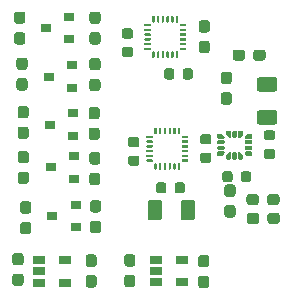
<source format=gbr>
%TF.GenerationSoftware,KiCad,Pcbnew,(5.99.0-3293-g62433736b)*%
%TF.CreationDate,2020-09-21T11:37:00+07:00*%
%TF.ProjectId,IMU_board,494d555f-626f-4617-9264-2e6b69636164,rev?*%
%TF.SameCoordinates,Original*%
%TF.FileFunction,Paste,Top*%
%TF.FilePolarity,Positive*%
%FSLAX46Y46*%
G04 Gerber Fmt 4.6, Leading zero omitted, Abs format (unit mm)*
G04 Created by KiCad (PCBNEW (5.99.0-3293-g62433736b)) date 2020-09-21 11:37:00*
%MOMM*%
%LPD*%
G01*
G04 APERTURE LIST*
%ADD10R,0.900000X0.800000*%
%ADD11R,1.060000X0.650000*%
G04 APERTURE END LIST*
%TO.C,C15*%
G36*
G01*
X134737500Y-108250000D02*
X135212500Y-108250000D01*
G75*
G02*
X135450000Y-108487500I0J-237500D01*
G01*
X135450000Y-109062500D01*
G75*
G02*
X135212500Y-109300000I-237500J0D01*
G01*
X134737500Y-109300000D01*
G75*
G02*
X134500000Y-109062500I0J237500D01*
G01*
X134500000Y-108487500D01*
G75*
G02*
X134737500Y-108250000I237500J0D01*
G01*
G37*
G36*
G01*
X134737500Y-110000000D02*
X135212500Y-110000000D01*
G75*
G02*
X135450000Y-110237500I0J-237500D01*
G01*
X135450000Y-110812500D01*
G75*
G02*
X135212500Y-111050000I-237500J0D01*
G01*
X134737500Y-111050000D01*
G75*
G02*
X134500000Y-110812500I0J237500D01*
G01*
X134500000Y-110237500D01*
G75*
G02*
X134737500Y-110000000I237500J0D01*
G01*
G37*
%TD*%
D10*
%TO.C,Q4*%
X133452500Y-98207500D03*
X133452500Y-96307500D03*
X131452500Y-97257500D03*
%TD*%
D11*
%TO.C,U7*%
X140500000Y-108700000D03*
X140500000Y-109650000D03*
X140500000Y-110600000D03*
X142700000Y-110600000D03*
X142700000Y-108700000D03*
%TD*%
%TO.C,R1*%
G36*
G01*
X148150000Y-105437500D02*
X148150000Y-104962500D01*
G75*
G02*
X148387500Y-104725000I237500J0D01*
G01*
X148962500Y-104725000D01*
G75*
G02*
X149200000Y-104962500I0J-237500D01*
G01*
X149200000Y-105437500D01*
G75*
G02*
X148962500Y-105675000I-237500J0D01*
G01*
X148387500Y-105675000D01*
G75*
G02*
X148150000Y-105437500I0J237500D01*
G01*
G37*
G36*
G01*
X149900000Y-105437500D02*
X149900000Y-104962500D01*
G75*
G02*
X150137500Y-104725000I237500J0D01*
G01*
X150712500Y-104725000D01*
G75*
G02*
X150950000Y-104962500I0J-237500D01*
G01*
X150950000Y-105437500D01*
G75*
G02*
X150712500Y-105675000I-237500J0D01*
G01*
X150137500Y-105675000D01*
G75*
G02*
X149900000Y-105437500I0J237500D01*
G01*
G37*
%TD*%
%TO.C,C14*%
G36*
G01*
X146075000Y-101931250D02*
X146075000Y-101418750D01*
G75*
G02*
X146293750Y-101200000I218750J0D01*
G01*
X146731250Y-101200000D01*
G75*
G02*
X146950000Y-101418750I0J-218750D01*
G01*
X146950000Y-101931250D01*
G75*
G02*
X146731250Y-102150000I-218750J0D01*
G01*
X146293750Y-102150000D01*
G75*
G02*
X146075000Y-101931250I0J218750D01*
G01*
G37*
G36*
G01*
X147650000Y-101931250D02*
X147650000Y-101418750D01*
G75*
G02*
X147868750Y-101200000I218750J0D01*
G01*
X148306250Y-101200000D01*
G75*
G02*
X148525000Y-101418750I0J-218750D01*
G01*
X148525000Y-101931250D01*
G75*
G02*
X148306250Y-102150000I-218750J0D01*
G01*
X147868750Y-102150000D01*
G75*
G02*
X147650000Y-101931250I0J218750D01*
G01*
G37*
%TD*%
%TO.C,R9*%
G36*
G01*
X128990000Y-95682500D02*
X129465000Y-95682500D01*
G75*
G02*
X129702500Y-95920000I0J-237500D01*
G01*
X129702500Y-96495000D01*
G75*
G02*
X129465000Y-96732500I-237500J0D01*
G01*
X128990000Y-96732500D01*
G75*
G02*
X128752500Y-96495000I0J237500D01*
G01*
X128752500Y-95920000D01*
G75*
G02*
X128990000Y-95682500I237500J0D01*
G01*
G37*
G36*
G01*
X128990000Y-97432500D02*
X129465000Y-97432500D01*
G75*
G02*
X129702500Y-97670000I0J-237500D01*
G01*
X129702500Y-98245000D01*
G75*
G02*
X129465000Y-98482500I-237500J0D01*
G01*
X128990000Y-98482500D01*
G75*
G02*
X128752500Y-98245000I0J237500D01*
G01*
X128752500Y-97670000D01*
G75*
G02*
X128990000Y-97432500I237500J0D01*
G01*
G37*
%TD*%
%TO.C,D1*%
G36*
G01*
X148125000Y-103837500D02*
X148125000Y-103362500D01*
G75*
G02*
X148362500Y-103125000I237500J0D01*
G01*
X148937500Y-103125000D01*
G75*
G02*
X149175000Y-103362500I0J-237500D01*
G01*
X149175000Y-103837500D01*
G75*
G02*
X148937500Y-104075000I-237500J0D01*
G01*
X148362500Y-104075000D01*
G75*
G02*
X148125000Y-103837500I0J237500D01*
G01*
G37*
G36*
G01*
X149875000Y-103837500D02*
X149875000Y-103362500D01*
G75*
G02*
X150112500Y-103125000I237500J0D01*
G01*
X150687500Y-103125000D01*
G75*
G02*
X150925000Y-103362500I0J-237500D01*
G01*
X150925000Y-103837500D01*
G75*
G02*
X150687500Y-104075000I-237500J0D01*
G01*
X150112500Y-104075000D01*
G75*
G02*
X149875000Y-103837500I0J237500D01*
G01*
G37*
%TD*%
%TO.C,R7*%
G36*
G01*
X135465000Y-98557500D02*
X134990000Y-98557500D01*
G75*
G02*
X134752500Y-98320000I0J237500D01*
G01*
X134752500Y-97745000D01*
G75*
G02*
X134990000Y-97507500I237500J0D01*
G01*
X135465000Y-97507500D01*
G75*
G02*
X135702500Y-97745000I0J-237500D01*
G01*
X135702500Y-98320000D01*
G75*
G02*
X135465000Y-98557500I-237500J0D01*
G01*
G37*
G36*
G01*
X135465000Y-96807500D02*
X134990000Y-96807500D01*
G75*
G02*
X134752500Y-96570000I0J237500D01*
G01*
X134752500Y-95995000D01*
G75*
G02*
X134990000Y-95757500I237500J0D01*
G01*
X135465000Y-95757500D01*
G75*
G02*
X135702500Y-95995000I0J-237500D01*
G01*
X135702500Y-96570000D01*
G75*
G02*
X135465000Y-96807500I-237500J0D01*
G01*
G37*
%TD*%
%TO.C,C17*%
G36*
G01*
X150500000Y-97275000D02*
X149250000Y-97275000D01*
G75*
G02*
X149000000Y-97025000I0J250000D01*
G01*
X149000000Y-96275000D01*
G75*
G02*
X149250000Y-96025000I250000J0D01*
G01*
X150500000Y-96025000D01*
G75*
G02*
X150750000Y-96275000I0J-250000D01*
G01*
X150750000Y-97025000D01*
G75*
G02*
X150500000Y-97275000I-250000J0D01*
G01*
G37*
G36*
G01*
X150500000Y-94475000D02*
X149250000Y-94475000D01*
G75*
G02*
X149000000Y-94225000I0J250000D01*
G01*
X149000000Y-93475000D01*
G75*
G02*
X149250000Y-93225000I250000J0D01*
G01*
X150500000Y-93225000D01*
G75*
G02*
X150750000Y-93475000I0J-250000D01*
G01*
X150750000Y-94225000D01*
G75*
G02*
X150500000Y-94475000I-250000J0D01*
G01*
G37*
%TD*%
%TO.C,C5*%
G36*
G01*
X141150000Y-93218750D02*
X141150000Y-92706250D01*
G75*
G02*
X141368750Y-92487500I218750J0D01*
G01*
X141806250Y-92487500D01*
G75*
G02*
X142025000Y-92706250I0J-218750D01*
G01*
X142025000Y-93218750D01*
G75*
G02*
X141806250Y-93437500I-218750J0D01*
G01*
X141368750Y-93437500D01*
G75*
G02*
X141150000Y-93218750I0J218750D01*
G01*
G37*
G36*
G01*
X142725000Y-93218750D02*
X142725000Y-92706250D01*
G75*
G02*
X142943750Y-92487500I218750J0D01*
G01*
X143381250Y-92487500D01*
G75*
G02*
X143600000Y-92706250I0J-218750D01*
G01*
X143600000Y-93218750D01*
G75*
G02*
X143381250Y-93437500I-218750J0D01*
G01*
X142943750Y-93437500D01*
G75*
G02*
X142725000Y-93218750I0J218750D01*
G01*
G37*
%TD*%
%TO.C,C8*%
G36*
G01*
X144931250Y-100512500D02*
X144418750Y-100512500D01*
G75*
G02*
X144200000Y-100293750I0J218750D01*
G01*
X144200000Y-99856250D01*
G75*
G02*
X144418750Y-99637500I218750J0D01*
G01*
X144931250Y-99637500D01*
G75*
G02*
X145150000Y-99856250I0J-218750D01*
G01*
X145150000Y-100293750D01*
G75*
G02*
X144931250Y-100512500I-218750J0D01*
G01*
G37*
G36*
G01*
X144931250Y-98937500D02*
X144418750Y-98937500D01*
G75*
G02*
X144200000Y-98718750I0J218750D01*
G01*
X144200000Y-98281250D01*
G75*
G02*
X144418750Y-98062500I218750J0D01*
G01*
X144931250Y-98062500D01*
G75*
G02*
X145150000Y-98281250I0J-218750D01*
G01*
X145150000Y-98718750D01*
G75*
G02*
X144931250Y-98937500I-218750J0D01*
G01*
G37*
%TD*%
D10*
%TO.C,Q7*%
X133125000Y-90030000D03*
X133125000Y-88130000D03*
X131125000Y-89080000D03*
%TD*%
%TO.C,C12*%
G36*
G01*
X144737500Y-111100000D02*
X144262500Y-111100000D01*
G75*
G02*
X144025000Y-110862500I0J237500D01*
G01*
X144025000Y-110287500D01*
G75*
G02*
X144262500Y-110050000I237500J0D01*
G01*
X144737500Y-110050000D01*
G75*
G02*
X144975000Y-110287500I0J-237500D01*
G01*
X144975000Y-110862500D01*
G75*
G02*
X144737500Y-111100000I-237500J0D01*
G01*
G37*
G36*
G01*
X144737500Y-109350000D02*
X144262500Y-109350000D01*
G75*
G02*
X144025000Y-109112500I0J237500D01*
G01*
X144025000Y-108537500D01*
G75*
G02*
X144262500Y-108300000I237500J0D01*
G01*
X144737500Y-108300000D01*
G75*
G02*
X144975000Y-108537500I0J-237500D01*
G01*
X144975000Y-109112500D01*
G75*
G02*
X144737500Y-109350000I-237500J0D01*
G01*
G37*
%TD*%
%TO.C,C11*%
G36*
G01*
X138487500Y-111025000D02*
X138012500Y-111025000D01*
G75*
G02*
X137775000Y-110787500I0J237500D01*
G01*
X137775000Y-110212500D01*
G75*
G02*
X138012500Y-109975000I237500J0D01*
G01*
X138487500Y-109975000D01*
G75*
G02*
X138725000Y-110212500I0J-237500D01*
G01*
X138725000Y-110787500D01*
G75*
G02*
X138487500Y-111025000I-237500J0D01*
G01*
G37*
G36*
G01*
X138487500Y-109275000D02*
X138012500Y-109275000D01*
G75*
G02*
X137775000Y-109037500I0J237500D01*
G01*
X137775000Y-108462500D01*
G75*
G02*
X138012500Y-108225000I237500J0D01*
G01*
X138487500Y-108225000D01*
G75*
G02*
X138725000Y-108462500I0J-237500D01*
G01*
X138725000Y-109037500D01*
G75*
G02*
X138487500Y-109275000I-237500J0D01*
G01*
G37*
%TD*%
%TO.C,C10*%
G36*
G01*
X146962500Y-105125000D02*
X146487500Y-105125000D01*
G75*
G02*
X146250000Y-104887500I0J237500D01*
G01*
X146250000Y-104312500D01*
G75*
G02*
X146487500Y-104075000I237500J0D01*
G01*
X146962500Y-104075000D01*
G75*
G02*
X147200000Y-104312500I0J-237500D01*
G01*
X147200000Y-104887500D01*
G75*
G02*
X146962500Y-105125000I-237500J0D01*
G01*
G37*
G36*
G01*
X146962500Y-103375000D02*
X146487500Y-103375000D01*
G75*
G02*
X146250000Y-103137500I0J237500D01*
G01*
X146250000Y-102562500D01*
G75*
G02*
X146487500Y-102325000I237500J0D01*
G01*
X146962500Y-102325000D01*
G75*
G02*
X147200000Y-102562500I0J-237500D01*
G01*
X147200000Y-103137500D01*
G75*
G02*
X146962500Y-103375000I-237500J0D01*
G01*
G37*
%TD*%
%TO.C,C16*%
G36*
G01*
X150331250Y-100175000D02*
X149818750Y-100175000D01*
G75*
G02*
X149600000Y-99956250I0J218750D01*
G01*
X149600000Y-99518750D01*
G75*
G02*
X149818750Y-99300000I218750J0D01*
G01*
X150331250Y-99300000D01*
G75*
G02*
X150550000Y-99518750I0J-218750D01*
G01*
X150550000Y-99956250D01*
G75*
G02*
X150331250Y-100175000I-218750J0D01*
G01*
G37*
G36*
G01*
X150331250Y-98600000D02*
X149818750Y-98600000D01*
G75*
G02*
X149600000Y-98381250I0J218750D01*
G01*
X149600000Y-97943750D01*
G75*
G02*
X149818750Y-97725000I218750J0D01*
G01*
X150331250Y-97725000D01*
G75*
G02*
X150550000Y-97943750I0J-218750D01*
G01*
X150550000Y-98381250D01*
G75*
G02*
X150331250Y-98600000I-218750J0D01*
G01*
G37*
%TD*%
%TO.C,U1*%
G36*
G01*
X139475000Y-88887500D02*
X139475000Y-88787500D01*
G75*
G02*
X139525000Y-88737500I50000J0D01*
G01*
X139975000Y-88737500D01*
G75*
G02*
X140025000Y-88787500I0J-50000D01*
G01*
X140025000Y-88887500D01*
G75*
G02*
X139975000Y-88937500I-50000J0D01*
G01*
X139525000Y-88937500D01*
G75*
G02*
X139475000Y-88887500I0J50000D01*
G01*
G37*
G36*
G01*
X139475000Y-89287500D02*
X139475000Y-89187500D01*
G75*
G02*
X139525000Y-89137500I50000J0D01*
G01*
X139975000Y-89137500D01*
G75*
G02*
X140025000Y-89187500I0J-50000D01*
G01*
X140025000Y-89287500D01*
G75*
G02*
X139975000Y-89337500I-50000J0D01*
G01*
X139525000Y-89337500D01*
G75*
G02*
X139475000Y-89287500I0J50000D01*
G01*
G37*
G36*
G01*
X139475000Y-89687500D02*
X139475000Y-89587500D01*
G75*
G02*
X139525000Y-89537500I50000J0D01*
G01*
X139975000Y-89537500D01*
G75*
G02*
X140025000Y-89587500I0J-50000D01*
G01*
X140025000Y-89687500D01*
G75*
G02*
X139975000Y-89737500I-50000J0D01*
G01*
X139525000Y-89737500D01*
G75*
G02*
X139475000Y-89687500I0J50000D01*
G01*
G37*
G36*
G01*
X139475000Y-90087500D02*
X139475000Y-89987500D01*
G75*
G02*
X139525000Y-89937500I50000J0D01*
G01*
X139975000Y-89937500D01*
G75*
G02*
X140025000Y-89987500I0J-50000D01*
G01*
X140025000Y-90087500D01*
G75*
G02*
X139975000Y-90137500I-50000J0D01*
G01*
X139525000Y-90137500D01*
G75*
G02*
X139475000Y-90087500I0J50000D01*
G01*
G37*
G36*
G01*
X139475000Y-90487500D02*
X139475000Y-90387500D01*
G75*
G02*
X139525000Y-90337500I50000J0D01*
G01*
X139975000Y-90337500D01*
G75*
G02*
X140025000Y-90387500I0J-50000D01*
G01*
X140025000Y-90487500D01*
G75*
G02*
X139975000Y-90537500I-50000J0D01*
G01*
X139525000Y-90537500D01*
G75*
G02*
X139475000Y-90487500I0J50000D01*
G01*
G37*
G36*
G01*
X139475000Y-90887500D02*
X139475000Y-90787500D01*
G75*
G02*
X139525000Y-90737500I50000J0D01*
G01*
X139975000Y-90737500D01*
G75*
G02*
X140025000Y-90787500I0J-50000D01*
G01*
X140025000Y-90887500D01*
G75*
G02*
X139975000Y-90937500I-50000J0D01*
G01*
X139525000Y-90937500D01*
G75*
G02*
X139475000Y-90887500I0J50000D01*
G01*
G37*
G36*
G01*
X140300000Y-91612500D02*
X140200000Y-91612500D01*
G75*
G02*
X140150000Y-91562500I0J50000D01*
G01*
X140150000Y-91112500D01*
G75*
G02*
X140200000Y-91062500I50000J0D01*
G01*
X140300000Y-91062500D01*
G75*
G02*
X140350000Y-91112500I0J-50000D01*
G01*
X140350000Y-91562500D01*
G75*
G02*
X140300000Y-91612500I-50000J0D01*
G01*
G37*
G36*
G01*
X140700000Y-91612500D02*
X140600000Y-91612500D01*
G75*
G02*
X140550000Y-91562500I0J50000D01*
G01*
X140550000Y-91112500D01*
G75*
G02*
X140600000Y-91062500I50000J0D01*
G01*
X140700000Y-91062500D01*
G75*
G02*
X140750000Y-91112500I0J-50000D01*
G01*
X140750000Y-91562500D01*
G75*
G02*
X140700000Y-91612500I-50000J0D01*
G01*
G37*
G36*
G01*
X141100000Y-91612500D02*
X141000000Y-91612500D01*
G75*
G02*
X140950000Y-91562500I0J50000D01*
G01*
X140950000Y-91112500D01*
G75*
G02*
X141000000Y-91062500I50000J0D01*
G01*
X141100000Y-91062500D01*
G75*
G02*
X141150000Y-91112500I0J-50000D01*
G01*
X141150000Y-91562500D01*
G75*
G02*
X141100000Y-91612500I-50000J0D01*
G01*
G37*
G36*
G01*
X141500000Y-91612500D02*
X141400000Y-91612500D01*
G75*
G02*
X141350000Y-91562500I0J50000D01*
G01*
X141350000Y-91112500D01*
G75*
G02*
X141400000Y-91062500I50000J0D01*
G01*
X141500000Y-91062500D01*
G75*
G02*
X141550000Y-91112500I0J-50000D01*
G01*
X141550000Y-91562500D01*
G75*
G02*
X141500000Y-91612500I-50000J0D01*
G01*
G37*
G36*
G01*
X141900000Y-91612500D02*
X141800000Y-91612500D01*
G75*
G02*
X141750000Y-91562500I0J50000D01*
G01*
X141750000Y-91112500D01*
G75*
G02*
X141800000Y-91062500I50000J0D01*
G01*
X141900000Y-91062500D01*
G75*
G02*
X141950000Y-91112500I0J-50000D01*
G01*
X141950000Y-91562500D01*
G75*
G02*
X141900000Y-91612500I-50000J0D01*
G01*
G37*
G36*
G01*
X142300000Y-91612500D02*
X142200000Y-91612500D01*
G75*
G02*
X142150000Y-91562500I0J50000D01*
G01*
X142150000Y-91112500D01*
G75*
G02*
X142200000Y-91062500I50000J0D01*
G01*
X142300000Y-91062500D01*
G75*
G02*
X142350000Y-91112500I0J-50000D01*
G01*
X142350000Y-91562500D01*
G75*
G02*
X142300000Y-91612500I-50000J0D01*
G01*
G37*
G36*
G01*
X142475000Y-90887500D02*
X142475000Y-90787500D01*
G75*
G02*
X142525000Y-90737500I50000J0D01*
G01*
X142975000Y-90737500D01*
G75*
G02*
X143025000Y-90787500I0J-50000D01*
G01*
X143025000Y-90887500D01*
G75*
G02*
X142975000Y-90937500I-50000J0D01*
G01*
X142525000Y-90937500D01*
G75*
G02*
X142475000Y-90887500I0J50000D01*
G01*
G37*
G36*
G01*
X142475000Y-90487500D02*
X142475000Y-90387500D01*
G75*
G02*
X142525000Y-90337500I50000J0D01*
G01*
X142975000Y-90337500D01*
G75*
G02*
X143025000Y-90387500I0J-50000D01*
G01*
X143025000Y-90487500D01*
G75*
G02*
X142975000Y-90537500I-50000J0D01*
G01*
X142525000Y-90537500D01*
G75*
G02*
X142475000Y-90487500I0J50000D01*
G01*
G37*
G36*
G01*
X142475000Y-90087500D02*
X142475000Y-89987500D01*
G75*
G02*
X142525000Y-89937500I50000J0D01*
G01*
X142975000Y-89937500D01*
G75*
G02*
X143025000Y-89987500I0J-50000D01*
G01*
X143025000Y-90087500D01*
G75*
G02*
X142975000Y-90137500I-50000J0D01*
G01*
X142525000Y-90137500D01*
G75*
G02*
X142475000Y-90087500I0J50000D01*
G01*
G37*
G36*
G01*
X142475000Y-89687500D02*
X142475000Y-89587500D01*
G75*
G02*
X142525000Y-89537500I50000J0D01*
G01*
X142975000Y-89537500D01*
G75*
G02*
X143025000Y-89587500I0J-50000D01*
G01*
X143025000Y-89687500D01*
G75*
G02*
X142975000Y-89737500I-50000J0D01*
G01*
X142525000Y-89737500D01*
G75*
G02*
X142475000Y-89687500I0J50000D01*
G01*
G37*
G36*
G01*
X142475000Y-89287500D02*
X142475000Y-89187500D01*
G75*
G02*
X142525000Y-89137500I50000J0D01*
G01*
X142975000Y-89137500D01*
G75*
G02*
X143025000Y-89187500I0J-50000D01*
G01*
X143025000Y-89287500D01*
G75*
G02*
X142975000Y-89337500I-50000J0D01*
G01*
X142525000Y-89337500D01*
G75*
G02*
X142475000Y-89287500I0J50000D01*
G01*
G37*
G36*
G01*
X142475000Y-88887500D02*
X142475000Y-88787500D01*
G75*
G02*
X142525000Y-88737500I50000J0D01*
G01*
X142975000Y-88737500D01*
G75*
G02*
X143025000Y-88787500I0J-50000D01*
G01*
X143025000Y-88887500D01*
G75*
G02*
X142975000Y-88937500I-50000J0D01*
G01*
X142525000Y-88937500D01*
G75*
G02*
X142475000Y-88887500I0J50000D01*
G01*
G37*
G36*
G01*
X142300000Y-88612500D02*
X142200000Y-88612500D01*
G75*
G02*
X142150000Y-88562500I0J50000D01*
G01*
X142150000Y-88112500D01*
G75*
G02*
X142200000Y-88062500I50000J0D01*
G01*
X142300000Y-88062500D01*
G75*
G02*
X142350000Y-88112500I0J-50000D01*
G01*
X142350000Y-88562500D01*
G75*
G02*
X142300000Y-88612500I-50000J0D01*
G01*
G37*
G36*
G01*
X141900000Y-88612500D02*
X141800000Y-88612500D01*
G75*
G02*
X141750000Y-88562500I0J50000D01*
G01*
X141750000Y-88112500D01*
G75*
G02*
X141800000Y-88062500I50000J0D01*
G01*
X141900000Y-88062500D01*
G75*
G02*
X141950000Y-88112500I0J-50000D01*
G01*
X141950000Y-88562500D01*
G75*
G02*
X141900000Y-88612500I-50000J0D01*
G01*
G37*
G36*
G01*
X141500000Y-88612500D02*
X141400000Y-88612500D01*
G75*
G02*
X141350000Y-88562500I0J50000D01*
G01*
X141350000Y-88112500D01*
G75*
G02*
X141400000Y-88062500I50000J0D01*
G01*
X141500000Y-88062500D01*
G75*
G02*
X141550000Y-88112500I0J-50000D01*
G01*
X141550000Y-88562500D01*
G75*
G02*
X141500000Y-88612500I-50000J0D01*
G01*
G37*
G36*
G01*
X141100000Y-88612500D02*
X141000000Y-88612500D01*
G75*
G02*
X140950000Y-88562500I0J50000D01*
G01*
X140950000Y-88112500D01*
G75*
G02*
X141000000Y-88062500I50000J0D01*
G01*
X141100000Y-88062500D01*
G75*
G02*
X141150000Y-88112500I0J-50000D01*
G01*
X141150000Y-88562500D01*
G75*
G02*
X141100000Y-88612500I-50000J0D01*
G01*
G37*
G36*
G01*
X140700000Y-88612500D02*
X140600000Y-88612500D01*
G75*
G02*
X140550000Y-88562500I0J50000D01*
G01*
X140550000Y-88112500D01*
G75*
G02*
X140600000Y-88062500I50000J0D01*
G01*
X140700000Y-88062500D01*
G75*
G02*
X140750000Y-88112500I0J-50000D01*
G01*
X140750000Y-88562500D01*
G75*
G02*
X140700000Y-88612500I-50000J0D01*
G01*
G37*
G36*
G01*
X140300000Y-88612500D02*
X140200000Y-88612500D01*
G75*
G02*
X140150000Y-88562500I0J50000D01*
G01*
X140150000Y-88112500D01*
G75*
G02*
X140200000Y-88062500I50000J0D01*
G01*
X140300000Y-88062500D01*
G75*
G02*
X140350000Y-88112500I0J-50000D01*
G01*
X140350000Y-88562500D01*
G75*
G02*
X140300000Y-88612500I-50000J0D01*
G01*
G37*
%TD*%
%TO.C,C3*%
G36*
G01*
X146662500Y-95575000D02*
X146187500Y-95575000D01*
G75*
G02*
X145950000Y-95337500I0J237500D01*
G01*
X145950000Y-94762500D01*
G75*
G02*
X146187500Y-94525000I237500J0D01*
G01*
X146662500Y-94525000D01*
G75*
G02*
X146900000Y-94762500I0J-237500D01*
G01*
X146900000Y-95337500D01*
G75*
G02*
X146662500Y-95575000I-237500J0D01*
G01*
G37*
G36*
G01*
X146662500Y-93825000D02*
X146187500Y-93825000D01*
G75*
G02*
X145950000Y-93587500I0J237500D01*
G01*
X145950000Y-93012500D01*
G75*
G02*
X146187500Y-92775000I237500J0D01*
G01*
X146662500Y-92775000D01*
G75*
G02*
X146900000Y-93012500I0J-237500D01*
G01*
X146900000Y-93587500D01*
G75*
G02*
X146662500Y-93825000I-237500J0D01*
G01*
G37*
%TD*%
%TO.C,Q5*%
X133678799Y-105923799D03*
X133678799Y-104023799D03*
X131678799Y-104973799D03*
%TD*%
%TO.C,R13*%
G36*
G01*
X135537500Y-90480000D02*
X135062500Y-90480000D01*
G75*
G02*
X134825000Y-90242500I0J237500D01*
G01*
X134825000Y-89667500D01*
G75*
G02*
X135062500Y-89430000I237500J0D01*
G01*
X135537500Y-89430000D01*
G75*
G02*
X135775000Y-89667500I0J-237500D01*
G01*
X135775000Y-90242500D01*
G75*
G02*
X135537500Y-90480000I-237500J0D01*
G01*
G37*
G36*
G01*
X135537500Y-88730000D02*
X135062500Y-88730000D01*
G75*
G02*
X134825000Y-88492500I0J237500D01*
G01*
X134825000Y-87917500D01*
G75*
G02*
X135062500Y-87680000I237500J0D01*
G01*
X135537500Y-87680000D01*
G75*
G02*
X135775000Y-87917500I0J-237500D01*
G01*
X135775000Y-88492500D01*
G75*
G02*
X135537500Y-88730000I-237500J0D01*
G01*
G37*
%TD*%
D11*
%TO.C,U3*%
X130575000Y-108725000D03*
X130575000Y-109675000D03*
X130575000Y-110625000D03*
X132775000Y-110625000D03*
X132775000Y-108725000D03*
%TD*%
%TO.C,U2*%
G36*
G01*
X139650000Y-98350000D02*
X139650000Y-98250000D01*
G75*
G02*
X139700000Y-98200000I50000J0D01*
G01*
X140150000Y-98200000D01*
G75*
G02*
X140200000Y-98250000I0J-50000D01*
G01*
X140200000Y-98350000D01*
G75*
G02*
X140150000Y-98400000I-50000J0D01*
G01*
X139700000Y-98400000D01*
G75*
G02*
X139650000Y-98350000I0J50000D01*
G01*
G37*
G36*
G01*
X139650000Y-98750000D02*
X139650000Y-98650000D01*
G75*
G02*
X139700000Y-98600000I50000J0D01*
G01*
X140150000Y-98600000D01*
G75*
G02*
X140200000Y-98650000I0J-50000D01*
G01*
X140200000Y-98750000D01*
G75*
G02*
X140150000Y-98800000I-50000J0D01*
G01*
X139700000Y-98800000D01*
G75*
G02*
X139650000Y-98750000I0J50000D01*
G01*
G37*
G36*
G01*
X139650000Y-99150000D02*
X139650000Y-99050000D01*
G75*
G02*
X139700000Y-99000000I50000J0D01*
G01*
X140150000Y-99000000D01*
G75*
G02*
X140200000Y-99050000I0J-50000D01*
G01*
X140200000Y-99150000D01*
G75*
G02*
X140150000Y-99200000I-50000J0D01*
G01*
X139700000Y-99200000D01*
G75*
G02*
X139650000Y-99150000I0J50000D01*
G01*
G37*
G36*
G01*
X139650000Y-99550000D02*
X139650000Y-99450000D01*
G75*
G02*
X139700000Y-99400000I50000J0D01*
G01*
X140150000Y-99400000D01*
G75*
G02*
X140200000Y-99450000I0J-50000D01*
G01*
X140200000Y-99550000D01*
G75*
G02*
X140150000Y-99600000I-50000J0D01*
G01*
X139700000Y-99600000D01*
G75*
G02*
X139650000Y-99550000I0J50000D01*
G01*
G37*
G36*
G01*
X139650000Y-99950000D02*
X139650000Y-99850000D01*
G75*
G02*
X139700000Y-99800000I50000J0D01*
G01*
X140150000Y-99800000D01*
G75*
G02*
X140200000Y-99850000I0J-50000D01*
G01*
X140200000Y-99950000D01*
G75*
G02*
X140150000Y-100000000I-50000J0D01*
G01*
X139700000Y-100000000D01*
G75*
G02*
X139650000Y-99950000I0J50000D01*
G01*
G37*
G36*
G01*
X139650000Y-100350000D02*
X139650000Y-100250000D01*
G75*
G02*
X139700000Y-100200000I50000J0D01*
G01*
X140150000Y-100200000D01*
G75*
G02*
X140200000Y-100250000I0J-50000D01*
G01*
X140200000Y-100350000D01*
G75*
G02*
X140150000Y-100400000I-50000J0D01*
G01*
X139700000Y-100400000D01*
G75*
G02*
X139650000Y-100350000I0J50000D01*
G01*
G37*
G36*
G01*
X140475000Y-101075000D02*
X140375000Y-101075000D01*
G75*
G02*
X140325000Y-101025000I0J50000D01*
G01*
X140325000Y-100575000D01*
G75*
G02*
X140375000Y-100525000I50000J0D01*
G01*
X140475000Y-100525000D01*
G75*
G02*
X140525000Y-100575000I0J-50000D01*
G01*
X140525000Y-101025000D01*
G75*
G02*
X140475000Y-101075000I-50000J0D01*
G01*
G37*
G36*
G01*
X140875000Y-101075000D02*
X140775000Y-101075000D01*
G75*
G02*
X140725000Y-101025000I0J50000D01*
G01*
X140725000Y-100575000D01*
G75*
G02*
X140775000Y-100525000I50000J0D01*
G01*
X140875000Y-100525000D01*
G75*
G02*
X140925000Y-100575000I0J-50000D01*
G01*
X140925000Y-101025000D01*
G75*
G02*
X140875000Y-101075000I-50000J0D01*
G01*
G37*
G36*
G01*
X141275000Y-101075000D02*
X141175000Y-101075000D01*
G75*
G02*
X141125000Y-101025000I0J50000D01*
G01*
X141125000Y-100575000D01*
G75*
G02*
X141175000Y-100525000I50000J0D01*
G01*
X141275000Y-100525000D01*
G75*
G02*
X141325000Y-100575000I0J-50000D01*
G01*
X141325000Y-101025000D01*
G75*
G02*
X141275000Y-101075000I-50000J0D01*
G01*
G37*
G36*
G01*
X141675000Y-101075000D02*
X141575000Y-101075000D01*
G75*
G02*
X141525000Y-101025000I0J50000D01*
G01*
X141525000Y-100575000D01*
G75*
G02*
X141575000Y-100525000I50000J0D01*
G01*
X141675000Y-100525000D01*
G75*
G02*
X141725000Y-100575000I0J-50000D01*
G01*
X141725000Y-101025000D01*
G75*
G02*
X141675000Y-101075000I-50000J0D01*
G01*
G37*
G36*
G01*
X142075000Y-101075000D02*
X141975000Y-101075000D01*
G75*
G02*
X141925000Y-101025000I0J50000D01*
G01*
X141925000Y-100575000D01*
G75*
G02*
X141975000Y-100525000I50000J0D01*
G01*
X142075000Y-100525000D01*
G75*
G02*
X142125000Y-100575000I0J-50000D01*
G01*
X142125000Y-101025000D01*
G75*
G02*
X142075000Y-101075000I-50000J0D01*
G01*
G37*
G36*
G01*
X142475000Y-101075000D02*
X142375000Y-101075000D01*
G75*
G02*
X142325000Y-101025000I0J50000D01*
G01*
X142325000Y-100575000D01*
G75*
G02*
X142375000Y-100525000I50000J0D01*
G01*
X142475000Y-100525000D01*
G75*
G02*
X142525000Y-100575000I0J-50000D01*
G01*
X142525000Y-101025000D01*
G75*
G02*
X142475000Y-101075000I-50000J0D01*
G01*
G37*
G36*
G01*
X142650000Y-100350000D02*
X142650000Y-100250000D01*
G75*
G02*
X142700000Y-100200000I50000J0D01*
G01*
X143150000Y-100200000D01*
G75*
G02*
X143200000Y-100250000I0J-50000D01*
G01*
X143200000Y-100350000D01*
G75*
G02*
X143150000Y-100400000I-50000J0D01*
G01*
X142700000Y-100400000D01*
G75*
G02*
X142650000Y-100350000I0J50000D01*
G01*
G37*
G36*
G01*
X142650000Y-99950000D02*
X142650000Y-99850000D01*
G75*
G02*
X142700000Y-99800000I50000J0D01*
G01*
X143150000Y-99800000D01*
G75*
G02*
X143200000Y-99850000I0J-50000D01*
G01*
X143200000Y-99950000D01*
G75*
G02*
X143150000Y-100000000I-50000J0D01*
G01*
X142700000Y-100000000D01*
G75*
G02*
X142650000Y-99950000I0J50000D01*
G01*
G37*
G36*
G01*
X142650000Y-99550000D02*
X142650000Y-99450000D01*
G75*
G02*
X142700000Y-99400000I50000J0D01*
G01*
X143150000Y-99400000D01*
G75*
G02*
X143200000Y-99450000I0J-50000D01*
G01*
X143200000Y-99550000D01*
G75*
G02*
X143150000Y-99600000I-50000J0D01*
G01*
X142700000Y-99600000D01*
G75*
G02*
X142650000Y-99550000I0J50000D01*
G01*
G37*
G36*
G01*
X142650000Y-99150000D02*
X142650000Y-99050000D01*
G75*
G02*
X142700000Y-99000000I50000J0D01*
G01*
X143150000Y-99000000D01*
G75*
G02*
X143200000Y-99050000I0J-50000D01*
G01*
X143200000Y-99150000D01*
G75*
G02*
X143150000Y-99200000I-50000J0D01*
G01*
X142700000Y-99200000D01*
G75*
G02*
X142650000Y-99150000I0J50000D01*
G01*
G37*
G36*
G01*
X142650000Y-98750000D02*
X142650000Y-98650000D01*
G75*
G02*
X142700000Y-98600000I50000J0D01*
G01*
X143150000Y-98600000D01*
G75*
G02*
X143200000Y-98650000I0J-50000D01*
G01*
X143200000Y-98750000D01*
G75*
G02*
X143150000Y-98800000I-50000J0D01*
G01*
X142700000Y-98800000D01*
G75*
G02*
X142650000Y-98750000I0J50000D01*
G01*
G37*
G36*
G01*
X142650000Y-98350000D02*
X142650000Y-98250000D01*
G75*
G02*
X142700000Y-98200000I50000J0D01*
G01*
X143150000Y-98200000D01*
G75*
G02*
X143200000Y-98250000I0J-50000D01*
G01*
X143200000Y-98350000D01*
G75*
G02*
X143150000Y-98400000I-50000J0D01*
G01*
X142700000Y-98400000D01*
G75*
G02*
X142650000Y-98350000I0J50000D01*
G01*
G37*
G36*
G01*
X142475000Y-98075000D02*
X142375000Y-98075000D01*
G75*
G02*
X142325000Y-98025000I0J50000D01*
G01*
X142325000Y-97575000D01*
G75*
G02*
X142375000Y-97525000I50000J0D01*
G01*
X142475000Y-97525000D01*
G75*
G02*
X142525000Y-97575000I0J-50000D01*
G01*
X142525000Y-98025000D01*
G75*
G02*
X142475000Y-98075000I-50000J0D01*
G01*
G37*
G36*
G01*
X142075000Y-98075000D02*
X141975000Y-98075000D01*
G75*
G02*
X141925000Y-98025000I0J50000D01*
G01*
X141925000Y-97575000D01*
G75*
G02*
X141975000Y-97525000I50000J0D01*
G01*
X142075000Y-97525000D01*
G75*
G02*
X142125000Y-97575000I0J-50000D01*
G01*
X142125000Y-98025000D01*
G75*
G02*
X142075000Y-98075000I-50000J0D01*
G01*
G37*
G36*
G01*
X141675000Y-98075000D02*
X141575000Y-98075000D01*
G75*
G02*
X141525000Y-98025000I0J50000D01*
G01*
X141525000Y-97575000D01*
G75*
G02*
X141575000Y-97525000I50000J0D01*
G01*
X141675000Y-97525000D01*
G75*
G02*
X141725000Y-97575000I0J-50000D01*
G01*
X141725000Y-98025000D01*
G75*
G02*
X141675000Y-98075000I-50000J0D01*
G01*
G37*
G36*
G01*
X141275000Y-98075000D02*
X141175000Y-98075000D01*
G75*
G02*
X141125000Y-98025000I0J50000D01*
G01*
X141125000Y-97575000D01*
G75*
G02*
X141175000Y-97525000I50000J0D01*
G01*
X141275000Y-97525000D01*
G75*
G02*
X141325000Y-97575000I0J-50000D01*
G01*
X141325000Y-98025000D01*
G75*
G02*
X141275000Y-98075000I-50000J0D01*
G01*
G37*
G36*
G01*
X140875000Y-98075000D02*
X140775000Y-98075000D01*
G75*
G02*
X140725000Y-98025000I0J50000D01*
G01*
X140725000Y-97575000D01*
G75*
G02*
X140775000Y-97525000I50000J0D01*
G01*
X140875000Y-97525000D01*
G75*
G02*
X140925000Y-97575000I0J-50000D01*
G01*
X140925000Y-98025000D01*
G75*
G02*
X140875000Y-98075000I-50000J0D01*
G01*
G37*
G36*
G01*
X140475000Y-98075000D02*
X140375000Y-98075000D01*
G75*
G02*
X140325000Y-98025000I0J50000D01*
G01*
X140325000Y-97575000D01*
G75*
G02*
X140375000Y-97525000I50000J0D01*
G01*
X140475000Y-97525000D01*
G75*
G02*
X140525000Y-97575000I0J-50000D01*
G01*
X140525000Y-98025000D01*
G75*
G02*
X140475000Y-98075000I-50000J0D01*
G01*
G37*
%TD*%
%TO.C,C7*%
G36*
G01*
X139750000Y-105112500D02*
X139750000Y-103862500D01*
G75*
G02*
X140000000Y-103612500I250000J0D01*
G01*
X140750000Y-103612500D01*
G75*
G02*
X141000000Y-103862500I0J-250000D01*
G01*
X141000000Y-105112500D01*
G75*
G02*
X140750000Y-105362500I-250000J0D01*
G01*
X140000000Y-105362500D01*
G75*
G02*
X139750000Y-105112500I0J250000D01*
G01*
G37*
G36*
G01*
X142550000Y-105112500D02*
X142550000Y-103862500D01*
G75*
G02*
X142800000Y-103612500I250000J0D01*
G01*
X143550000Y-103612500D01*
G75*
G02*
X143800000Y-103862500I0J-250000D01*
G01*
X143800000Y-105112500D01*
G75*
G02*
X143550000Y-105362500I-250000J0D01*
G01*
X142800000Y-105362500D01*
G75*
G02*
X142550000Y-105112500I0J250000D01*
G01*
G37*
%TD*%
%TO.C,U4*%
G36*
X145998814Y-98033547D02*
G01*
X146000890Y-98032991D01*
X146004071Y-98034474D01*
X146021232Y-98037500D01*
X146034581Y-98048701D01*
X146050370Y-98056064D01*
X146256436Y-98262129D01*
X146259278Y-98266188D01*
X146261140Y-98267263D01*
X146262341Y-98270562D01*
X146272335Y-98284835D01*
X146273853Y-98302193D01*
X146279813Y-98318566D01*
X146279813Y-98362500D01*
X146277985Y-98372869D01*
X146278600Y-98376359D01*
X146276828Y-98379427D01*
X146275000Y-98389798D01*
X146261670Y-98405684D01*
X146251303Y-98423640D01*
X146244535Y-98426103D01*
X146239906Y-98431620D01*
X146219486Y-98435220D01*
X146200000Y-98442313D01*
X145725000Y-98442313D01*
X145714631Y-98440485D01*
X145711141Y-98441100D01*
X145708073Y-98439328D01*
X145697702Y-98437500D01*
X145681816Y-98424170D01*
X145663860Y-98413803D01*
X145661397Y-98407035D01*
X145655880Y-98402406D01*
X145652280Y-98381986D01*
X145645187Y-98362500D01*
X145645187Y-98112500D01*
X145647015Y-98102131D01*
X145646400Y-98098641D01*
X145648172Y-98095573D01*
X145650000Y-98085202D01*
X145663330Y-98069316D01*
X145673697Y-98051360D01*
X145680465Y-98048897D01*
X145685094Y-98043380D01*
X145705514Y-98039780D01*
X145725000Y-98032687D01*
X145993934Y-98032687D01*
X145998814Y-98033547D01*
G37*
G36*
G01*
X145650000Y-98837500D02*
X145650000Y-98637500D01*
G75*
G02*
X145750000Y-98537500I100000J0D01*
G01*
X146175000Y-98537500D01*
G75*
G02*
X146275000Y-98637500I0J-100000D01*
G01*
X146275000Y-98837500D01*
G75*
G02*
X146175000Y-98937500I-100000J0D01*
G01*
X145750000Y-98937500D01*
G75*
G02*
X145650000Y-98837500I0J100000D01*
G01*
G37*
G36*
G01*
X145650000Y-99337500D02*
X145650000Y-99137500D01*
G75*
G02*
X145750000Y-99037500I100000J0D01*
G01*
X146175000Y-99037500D01*
G75*
G02*
X146275000Y-99137500I0J-100000D01*
G01*
X146275000Y-99337500D01*
G75*
G02*
X146175000Y-99437500I-100000J0D01*
G01*
X145750000Y-99437500D01*
G75*
G02*
X145650000Y-99337500I0J100000D01*
G01*
G37*
G36*
X146210369Y-99534515D02*
G01*
X146213859Y-99533900D01*
X146216927Y-99535672D01*
X146227298Y-99537500D01*
X146243184Y-99550830D01*
X146261140Y-99561197D01*
X146263603Y-99567965D01*
X146269120Y-99572594D01*
X146272720Y-99593014D01*
X146279813Y-99612500D01*
X146279813Y-99656434D01*
X146278953Y-99661314D01*
X146279509Y-99663390D01*
X146278026Y-99666571D01*
X146275000Y-99683732D01*
X146263799Y-99697080D01*
X146256436Y-99712871D01*
X146050370Y-99918936D01*
X146046312Y-99921777D01*
X146045237Y-99923640D01*
X146041937Y-99924841D01*
X146027664Y-99934836D01*
X146010305Y-99936354D01*
X145993934Y-99942313D01*
X145725000Y-99942313D01*
X145714631Y-99940485D01*
X145711141Y-99941100D01*
X145708073Y-99939328D01*
X145697702Y-99937500D01*
X145681816Y-99924170D01*
X145663860Y-99913803D01*
X145661397Y-99907035D01*
X145655880Y-99902406D01*
X145652280Y-99881986D01*
X145645187Y-99862500D01*
X145645187Y-99612500D01*
X145647015Y-99602131D01*
X145646400Y-99598641D01*
X145648172Y-99595573D01*
X145650000Y-99585202D01*
X145663330Y-99569316D01*
X145673697Y-99551360D01*
X145680465Y-99548897D01*
X145685094Y-99543380D01*
X145705514Y-99539780D01*
X145725000Y-99532687D01*
X146200000Y-99532687D01*
X146210369Y-99534515D01*
G37*
G36*
X146760369Y-99584515D02*
G01*
X146763859Y-99583900D01*
X146766927Y-99585672D01*
X146777298Y-99587500D01*
X146793184Y-99600830D01*
X146811140Y-99611197D01*
X146813603Y-99617965D01*
X146819120Y-99622594D01*
X146822720Y-99643014D01*
X146829813Y-99662500D01*
X146829813Y-100137500D01*
X146827985Y-100147869D01*
X146828600Y-100151359D01*
X146826828Y-100154427D01*
X146825000Y-100164798D01*
X146811670Y-100180684D01*
X146801303Y-100198640D01*
X146794535Y-100201103D01*
X146789906Y-100206620D01*
X146769486Y-100210220D01*
X146750000Y-100217313D01*
X146500000Y-100217313D01*
X146489631Y-100215485D01*
X146486141Y-100216100D01*
X146483073Y-100214328D01*
X146472702Y-100212500D01*
X146456816Y-100199170D01*
X146438860Y-100188803D01*
X146436397Y-100182035D01*
X146430880Y-100177406D01*
X146427280Y-100156986D01*
X146420187Y-100137500D01*
X146420187Y-99868566D01*
X146421047Y-99863686D01*
X146420491Y-99861610D01*
X146421974Y-99858429D01*
X146425000Y-99841268D01*
X146436201Y-99827919D01*
X146443564Y-99812130D01*
X146649629Y-99606064D01*
X146653688Y-99603222D01*
X146654763Y-99601360D01*
X146658062Y-99600159D01*
X146672335Y-99590165D01*
X146689693Y-99588647D01*
X146706066Y-99582687D01*
X146750000Y-99582687D01*
X146760369Y-99584515D01*
G37*
G36*
G01*
X146925000Y-100112500D02*
X146925000Y-99687500D01*
G75*
G02*
X147025000Y-99587500I100000J0D01*
G01*
X147225000Y-99587500D01*
G75*
G02*
X147325000Y-99687500I0J-100000D01*
G01*
X147325000Y-100112500D01*
G75*
G02*
X147225000Y-100212500I-100000J0D01*
G01*
X147025000Y-100212500D01*
G75*
G02*
X146925000Y-100112500I0J100000D01*
G01*
G37*
G36*
X147548814Y-99583547D02*
G01*
X147550890Y-99582991D01*
X147554071Y-99584474D01*
X147571232Y-99587500D01*
X147584581Y-99598701D01*
X147600370Y-99606064D01*
X147806436Y-99812129D01*
X147809278Y-99816188D01*
X147811140Y-99817263D01*
X147812341Y-99820562D01*
X147822335Y-99834835D01*
X147823853Y-99852193D01*
X147829813Y-99868566D01*
X147829813Y-100137500D01*
X147827985Y-100147869D01*
X147828600Y-100151359D01*
X147826828Y-100154427D01*
X147825000Y-100164798D01*
X147811670Y-100180684D01*
X147801303Y-100198640D01*
X147794535Y-100201103D01*
X147789906Y-100206620D01*
X147769486Y-100210220D01*
X147750000Y-100217313D01*
X147500000Y-100217313D01*
X147489631Y-100215485D01*
X147486141Y-100216100D01*
X147483073Y-100214328D01*
X147472702Y-100212500D01*
X147456816Y-100199170D01*
X147438860Y-100188803D01*
X147436397Y-100182035D01*
X147430880Y-100177406D01*
X147427280Y-100156986D01*
X147420187Y-100137500D01*
X147420187Y-99662500D01*
X147422015Y-99652131D01*
X147421400Y-99648641D01*
X147423172Y-99645573D01*
X147425000Y-99635202D01*
X147438330Y-99619316D01*
X147448697Y-99601360D01*
X147455465Y-99598897D01*
X147460094Y-99593380D01*
X147480514Y-99589780D01*
X147500000Y-99582687D01*
X147543934Y-99582687D01*
X147548814Y-99583547D01*
G37*
G36*
X148535369Y-99534515D02*
G01*
X148538859Y-99533900D01*
X148541927Y-99535672D01*
X148552298Y-99537500D01*
X148568184Y-99550830D01*
X148586140Y-99561197D01*
X148588603Y-99567965D01*
X148594120Y-99572594D01*
X148597720Y-99593014D01*
X148604813Y-99612500D01*
X148604813Y-99862500D01*
X148602985Y-99872869D01*
X148603600Y-99876359D01*
X148601828Y-99879427D01*
X148600000Y-99889798D01*
X148586670Y-99905684D01*
X148576303Y-99923640D01*
X148569535Y-99926103D01*
X148564906Y-99931620D01*
X148544486Y-99935220D01*
X148525000Y-99942313D01*
X148256066Y-99942313D01*
X148251186Y-99941453D01*
X148249110Y-99942009D01*
X148245929Y-99940526D01*
X148228768Y-99937500D01*
X148215420Y-99926299D01*
X148199629Y-99918936D01*
X147993564Y-99712870D01*
X147990723Y-99708812D01*
X147988860Y-99707737D01*
X147987659Y-99704437D01*
X147977664Y-99690164D01*
X147976146Y-99672805D01*
X147970187Y-99656434D01*
X147970187Y-99612500D01*
X147972015Y-99602131D01*
X147971400Y-99598641D01*
X147973172Y-99595573D01*
X147975000Y-99585202D01*
X147988330Y-99569316D01*
X147998697Y-99551360D01*
X148005465Y-99548897D01*
X148010094Y-99543380D01*
X148030514Y-99539780D01*
X148050000Y-99532687D01*
X148525000Y-99532687D01*
X148535369Y-99534515D01*
G37*
G36*
G01*
X147975000Y-99337500D02*
X147975000Y-99137500D01*
G75*
G02*
X148075000Y-99037500I100000J0D01*
G01*
X148500000Y-99037500D01*
G75*
G02*
X148600000Y-99137500I0J-100000D01*
G01*
X148600000Y-99337500D01*
G75*
G02*
X148500000Y-99437500I-100000J0D01*
G01*
X148075000Y-99437500D01*
G75*
G02*
X147975000Y-99337500I0J100000D01*
G01*
G37*
G36*
G01*
X147975000Y-98837500D02*
X147975000Y-98637500D01*
G75*
G02*
X148075000Y-98537500I100000J0D01*
G01*
X148500000Y-98537500D01*
G75*
G02*
X148600000Y-98637500I0J-100000D01*
G01*
X148600000Y-98837500D01*
G75*
G02*
X148500000Y-98937500I-100000J0D01*
G01*
X148075000Y-98937500D01*
G75*
G02*
X147975000Y-98837500I0J100000D01*
G01*
G37*
G36*
X148535369Y-98034515D02*
G01*
X148538859Y-98033900D01*
X148541927Y-98035672D01*
X148552298Y-98037500D01*
X148568184Y-98050830D01*
X148586140Y-98061197D01*
X148588603Y-98067965D01*
X148594120Y-98072594D01*
X148597720Y-98093014D01*
X148604813Y-98112500D01*
X148604813Y-98362500D01*
X148602985Y-98372869D01*
X148603600Y-98376359D01*
X148601828Y-98379427D01*
X148600000Y-98389798D01*
X148586670Y-98405684D01*
X148576303Y-98423640D01*
X148569535Y-98426103D01*
X148564906Y-98431620D01*
X148544486Y-98435220D01*
X148525000Y-98442313D01*
X148050000Y-98442313D01*
X148039631Y-98440485D01*
X148036141Y-98441100D01*
X148033073Y-98439328D01*
X148022702Y-98437500D01*
X148006816Y-98424170D01*
X147988860Y-98413803D01*
X147986397Y-98407035D01*
X147980880Y-98402406D01*
X147977280Y-98381986D01*
X147970187Y-98362500D01*
X147970187Y-98318566D01*
X147971047Y-98313686D01*
X147970491Y-98311610D01*
X147971974Y-98308429D01*
X147975000Y-98291268D01*
X147986201Y-98277919D01*
X147993564Y-98262130D01*
X148199629Y-98056064D01*
X148203688Y-98053222D01*
X148204763Y-98051360D01*
X148208062Y-98050159D01*
X148222335Y-98040165D01*
X148239693Y-98038647D01*
X148256066Y-98032687D01*
X148525000Y-98032687D01*
X148535369Y-98034515D01*
G37*
G36*
X147760369Y-97759515D02*
G01*
X147763859Y-97758900D01*
X147766927Y-97760672D01*
X147777298Y-97762500D01*
X147793184Y-97775830D01*
X147811140Y-97786197D01*
X147813603Y-97792965D01*
X147819120Y-97797594D01*
X147822720Y-97818014D01*
X147829813Y-97837500D01*
X147829813Y-98106434D01*
X147828953Y-98111314D01*
X147829509Y-98113390D01*
X147828026Y-98116571D01*
X147825000Y-98133732D01*
X147813799Y-98147080D01*
X147806436Y-98162871D01*
X147600370Y-98368936D01*
X147596312Y-98371777D01*
X147595237Y-98373640D01*
X147591937Y-98374841D01*
X147577664Y-98384836D01*
X147560305Y-98386354D01*
X147543934Y-98392313D01*
X147500000Y-98392313D01*
X147489631Y-98390485D01*
X147486141Y-98391100D01*
X147483073Y-98389328D01*
X147472702Y-98387500D01*
X147456816Y-98374170D01*
X147438860Y-98363803D01*
X147436397Y-98357035D01*
X147430880Y-98352406D01*
X147427280Y-98331986D01*
X147420187Y-98312500D01*
X147420187Y-97837500D01*
X147422015Y-97827131D01*
X147421400Y-97823641D01*
X147423172Y-97820573D01*
X147425000Y-97810202D01*
X147438330Y-97794316D01*
X147448697Y-97776360D01*
X147455465Y-97773897D01*
X147460094Y-97768380D01*
X147480514Y-97764780D01*
X147500000Y-97757687D01*
X147750000Y-97757687D01*
X147760369Y-97759515D01*
G37*
G36*
G01*
X146925000Y-98287500D02*
X146925000Y-97862500D01*
G75*
G02*
X147025000Y-97762500I100000J0D01*
G01*
X147225000Y-97762500D01*
G75*
G02*
X147325000Y-97862500I0J-100000D01*
G01*
X147325000Y-98287500D01*
G75*
G02*
X147225000Y-98387500I-100000J0D01*
G01*
X147025000Y-98387500D01*
G75*
G02*
X146925000Y-98287500I0J100000D01*
G01*
G37*
G36*
X146760369Y-97759515D02*
G01*
X146763859Y-97758900D01*
X146766927Y-97760672D01*
X146777298Y-97762500D01*
X146793184Y-97775830D01*
X146811140Y-97786197D01*
X146813603Y-97792965D01*
X146819120Y-97797594D01*
X146822720Y-97818014D01*
X146829813Y-97837500D01*
X146829813Y-98312500D01*
X146827985Y-98322869D01*
X146828600Y-98326359D01*
X146826828Y-98329427D01*
X146825000Y-98339798D01*
X146811670Y-98355684D01*
X146801303Y-98373640D01*
X146794535Y-98376103D01*
X146789906Y-98381620D01*
X146769486Y-98385220D01*
X146750000Y-98392313D01*
X146706066Y-98392313D01*
X146701186Y-98391453D01*
X146699110Y-98392009D01*
X146695929Y-98390526D01*
X146678768Y-98387500D01*
X146665420Y-98376299D01*
X146649629Y-98368936D01*
X146443564Y-98162870D01*
X146440723Y-98158812D01*
X146438860Y-98157737D01*
X146437659Y-98154437D01*
X146427664Y-98140164D01*
X146426146Y-98122805D01*
X146420187Y-98106434D01*
X146420187Y-97837500D01*
X146422015Y-97827131D01*
X146421400Y-97823641D01*
X146423172Y-97820573D01*
X146425000Y-97810202D01*
X146438330Y-97794316D01*
X146448697Y-97776360D01*
X146455465Y-97773897D01*
X146460094Y-97768380D01*
X146480514Y-97764780D01*
X146500000Y-97757687D01*
X146750000Y-97757687D01*
X146760369Y-97759515D01*
G37*
%TD*%
%TO.C,R6*%
G36*
G01*
X129357500Y-94375000D02*
X128882500Y-94375000D01*
G75*
G02*
X128645000Y-94137500I0J237500D01*
G01*
X128645000Y-93562500D01*
G75*
G02*
X128882500Y-93325000I237500J0D01*
G01*
X129357500Y-93325000D01*
G75*
G02*
X129595000Y-93562500I0J-237500D01*
G01*
X129595000Y-94137500D01*
G75*
G02*
X129357500Y-94375000I-237500J0D01*
G01*
G37*
G36*
G01*
X129357500Y-92625000D02*
X128882500Y-92625000D01*
G75*
G02*
X128645000Y-92387500I0J237500D01*
G01*
X128645000Y-91812500D01*
G75*
G02*
X128882500Y-91575000I237500J0D01*
G01*
X129357500Y-91575000D01*
G75*
G02*
X129595000Y-91812500I0J-237500D01*
G01*
X129595000Y-92387500D01*
G75*
G02*
X129357500Y-92625000I-237500J0D01*
G01*
G37*
%TD*%
D10*
%TO.C,Q6*%
X133562889Y-101837111D03*
X133562889Y-99937111D03*
X131562889Y-100887111D03*
%TD*%
%TO.C,C9*%
G36*
G01*
X140462500Y-102868750D02*
X140462500Y-102356250D01*
G75*
G02*
X140681250Y-102137500I218750J0D01*
G01*
X141118750Y-102137500D01*
G75*
G02*
X141337500Y-102356250I0J-218750D01*
G01*
X141337500Y-102868750D01*
G75*
G02*
X141118750Y-103087500I-218750J0D01*
G01*
X140681250Y-103087500D01*
G75*
G02*
X140462500Y-102868750I0J218750D01*
G01*
G37*
G36*
G01*
X142037500Y-102868750D02*
X142037500Y-102356250D01*
G75*
G02*
X142256250Y-102137500I218750J0D01*
G01*
X142693750Y-102137500D01*
G75*
G02*
X142912500Y-102356250I0J-218750D01*
G01*
X142912500Y-102868750D01*
G75*
G02*
X142693750Y-103087500I-218750J0D01*
G01*
X142256250Y-103087500D01*
G75*
G02*
X142037500Y-102868750I0J218750D01*
G01*
G37*
%TD*%
%TO.C,Q3*%
X133370000Y-94150000D03*
X133370000Y-92250000D03*
X131370000Y-93200000D03*
%TD*%
%TO.C,C6*%
G36*
G01*
X144787500Y-91212500D02*
X144312500Y-91212500D01*
G75*
G02*
X144075000Y-90975000I0J237500D01*
G01*
X144075000Y-90400000D01*
G75*
G02*
X144312500Y-90162500I237500J0D01*
G01*
X144787500Y-90162500D01*
G75*
G02*
X145025000Y-90400000I0J-237500D01*
G01*
X145025000Y-90975000D01*
G75*
G02*
X144787500Y-91212500I-237500J0D01*
G01*
G37*
G36*
G01*
X144787500Y-89462500D02*
X144312500Y-89462500D01*
G75*
G02*
X144075000Y-89225000I0J237500D01*
G01*
X144075000Y-88650000D01*
G75*
G02*
X144312500Y-88412500I237500J0D01*
G01*
X144787500Y-88412500D01*
G75*
G02*
X145025000Y-88650000I0J-237500D01*
G01*
X145025000Y-89225000D01*
G75*
G02*
X144787500Y-89462500I-237500J0D01*
G01*
G37*
%TD*%
%TO.C,R12*%
G36*
G01*
X129000389Y-99487111D02*
X129475389Y-99487111D01*
G75*
G02*
X129712889Y-99724611I0J-237500D01*
G01*
X129712889Y-100299611D01*
G75*
G02*
X129475389Y-100537111I-237500J0D01*
G01*
X129000389Y-100537111D01*
G75*
G02*
X128762889Y-100299611I0J237500D01*
G01*
X128762889Y-99724611D01*
G75*
G02*
X129000389Y-99487111I237500J0D01*
G01*
G37*
G36*
G01*
X129000389Y-101237111D02*
X129475389Y-101237111D01*
G75*
G02*
X129712889Y-101474611I0J-237500D01*
G01*
X129712889Y-102049611D01*
G75*
G02*
X129475389Y-102287111I-237500J0D01*
G01*
X129000389Y-102287111D01*
G75*
G02*
X128762889Y-102049611I0J237500D01*
G01*
X128762889Y-101474611D01*
G75*
G02*
X129000389Y-101237111I237500J0D01*
G01*
G37*
%TD*%
%TO.C,R4*%
G36*
G01*
X135532500Y-94425000D02*
X135057500Y-94425000D01*
G75*
G02*
X134820000Y-94187500I0J237500D01*
G01*
X134820000Y-93612500D01*
G75*
G02*
X135057500Y-93375000I237500J0D01*
G01*
X135532500Y-93375000D01*
G75*
G02*
X135770000Y-93612500I0J-237500D01*
G01*
X135770000Y-94187500D01*
G75*
G02*
X135532500Y-94425000I-237500J0D01*
G01*
G37*
G36*
G01*
X135532500Y-92675000D02*
X135057500Y-92675000D01*
G75*
G02*
X134820000Y-92437500I0J237500D01*
G01*
X134820000Y-91862500D01*
G75*
G02*
X135057500Y-91625000I237500J0D01*
G01*
X135532500Y-91625000D01*
G75*
G02*
X135770000Y-91862500I0J-237500D01*
G01*
X135770000Y-92437500D01*
G75*
G02*
X135532500Y-92675000I-237500J0D01*
G01*
G37*
%TD*%
%TO.C,C2*%
G36*
G01*
X138831250Y-100750000D02*
X138318750Y-100750000D01*
G75*
G02*
X138100000Y-100531250I0J218750D01*
G01*
X138100000Y-100093750D01*
G75*
G02*
X138318750Y-99875000I218750J0D01*
G01*
X138831250Y-99875000D01*
G75*
G02*
X139050000Y-100093750I0J-218750D01*
G01*
X139050000Y-100531250D01*
G75*
G02*
X138831250Y-100750000I-218750J0D01*
G01*
G37*
G36*
G01*
X138831250Y-99175000D02*
X138318750Y-99175000D01*
G75*
G02*
X138100000Y-98956250I0J218750D01*
G01*
X138100000Y-98518750D01*
G75*
G02*
X138318750Y-98300000I218750J0D01*
G01*
X138831250Y-98300000D01*
G75*
G02*
X139050000Y-98518750I0J-218750D01*
G01*
X139050000Y-98956250D01*
G75*
G02*
X138831250Y-99175000I-218750J0D01*
G01*
G37*
%TD*%
%TO.C,R11*%
G36*
G01*
X135525389Y-102387111D02*
X135050389Y-102387111D01*
G75*
G02*
X134812889Y-102149611I0J237500D01*
G01*
X134812889Y-101574611D01*
G75*
G02*
X135050389Y-101337111I237500J0D01*
G01*
X135525389Y-101337111D01*
G75*
G02*
X135762889Y-101574611I0J-237500D01*
G01*
X135762889Y-102149611D01*
G75*
G02*
X135525389Y-102387111I-237500J0D01*
G01*
G37*
G36*
G01*
X135525389Y-100637111D02*
X135050389Y-100637111D01*
G75*
G02*
X134812889Y-100399611I0J237500D01*
G01*
X134812889Y-99824611D01*
G75*
G02*
X135050389Y-99587111I237500J0D01*
G01*
X135525389Y-99587111D01*
G75*
G02*
X135762889Y-99824611I0J-237500D01*
G01*
X135762889Y-100399611D01*
G75*
G02*
X135525389Y-100637111I-237500J0D01*
G01*
G37*
%TD*%
%TO.C,R14*%
G36*
G01*
X129162500Y-90480000D02*
X128687500Y-90480000D01*
G75*
G02*
X128450000Y-90242500I0J237500D01*
G01*
X128450000Y-89667500D01*
G75*
G02*
X128687500Y-89430000I237500J0D01*
G01*
X129162500Y-89430000D01*
G75*
G02*
X129400000Y-89667500I0J-237500D01*
G01*
X129400000Y-90242500D01*
G75*
G02*
X129162500Y-90480000I-237500J0D01*
G01*
G37*
G36*
G01*
X129162500Y-88730000D02*
X128687500Y-88730000D01*
G75*
G02*
X128450000Y-88492500I0J237500D01*
G01*
X128450000Y-87917500D01*
G75*
G02*
X128687500Y-87680000I237500J0D01*
G01*
X129162500Y-87680000D01*
G75*
G02*
X129400000Y-87917500I0J-237500D01*
G01*
X129400000Y-88492500D01*
G75*
G02*
X129162500Y-88730000I-237500J0D01*
G01*
G37*
%TD*%
%TO.C,C13*%
G36*
G01*
X128537500Y-108125000D02*
X129012500Y-108125000D01*
G75*
G02*
X129250000Y-108362500I0J-237500D01*
G01*
X129250000Y-108937500D01*
G75*
G02*
X129012500Y-109175000I-237500J0D01*
G01*
X128537500Y-109175000D01*
G75*
G02*
X128300000Y-108937500I0J237500D01*
G01*
X128300000Y-108362500D01*
G75*
G02*
X128537500Y-108125000I237500J0D01*
G01*
G37*
G36*
G01*
X128537500Y-109875000D02*
X129012500Y-109875000D01*
G75*
G02*
X129250000Y-110112500I0J-237500D01*
G01*
X129250000Y-110687500D01*
G75*
G02*
X129012500Y-110925000I-237500J0D01*
G01*
X128537500Y-110925000D01*
G75*
G02*
X128300000Y-110687500I0J237500D01*
G01*
X128300000Y-110112500D01*
G75*
G02*
X128537500Y-109875000I237500J0D01*
G01*
G37*
%TD*%
%TO.C,C1*%
G36*
G01*
X138306250Y-91562500D02*
X137793750Y-91562500D01*
G75*
G02*
X137575000Y-91343750I0J218750D01*
G01*
X137575000Y-90906250D01*
G75*
G02*
X137793750Y-90687500I218750J0D01*
G01*
X138306250Y-90687500D01*
G75*
G02*
X138525000Y-90906250I0J-218750D01*
G01*
X138525000Y-91343750D01*
G75*
G02*
X138306250Y-91562500I-218750J0D01*
G01*
G37*
G36*
G01*
X138306250Y-89987500D02*
X137793750Y-89987500D01*
G75*
G02*
X137575000Y-89768750I0J218750D01*
G01*
X137575000Y-89331250D01*
G75*
G02*
X137793750Y-89112500I218750J0D01*
G01*
X138306250Y-89112500D01*
G75*
G02*
X138525000Y-89331250I0J-218750D01*
G01*
X138525000Y-89768750D01*
G75*
G02*
X138306250Y-89987500I-218750J0D01*
G01*
G37*
%TD*%
%TO.C,C4*%
G36*
G01*
X146950000Y-91612500D02*
X146950000Y-91137500D01*
G75*
G02*
X147187500Y-90900000I237500J0D01*
G01*
X147762500Y-90900000D01*
G75*
G02*
X148000000Y-91137500I0J-237500D01*
G01*
X148000000Y-91612500D01*
G75*
G02*
X147762500Y-91850000I-237500J0D01*
G01*
X147187500Y-91850000D01*
G75*
G02*
X146950000Y-91612500I0J237500D01*
G01*
G37*
G36*
G01*
X148700000Y-91612500D02*
X148700000Y-91137500D01*
G75*
G02*
X148937500Y-90900000I237500J0D01*
G01*
X149512500Y-90900000D01*
G75*
G02*
X149750000Y-91137500I0J-237500D01*
G01*
X149750000Y-91612500D01*
G75*
G02*
X149512500Y-91850000I-237500J0D01*
G01*
X148937500Y-91850000D01*
G75*
G02*
X148700000Y-91612500I0J237500D01*
G01*
G37*
%TD*%
%TO.C,R10*%
G36*
G01*
X129191299Y-103748799D02*
X129666299Y-103748799D01*
G75*
G02*
X129903799Y-103986299I0J-237500D01*
G01*
X129903799Y-104561299D01*
G75*
G02*
X129666299Y-104798799I-237500J0D01*
G01*
X129191299Y-104798799D01*
G75*
G02*
X128953799Y-104561299I0J237500D01*
G01*
X128953799Y-103986299D01*
G75*
G02*
X129191299Y-103748799I237500J0D01*
G01*
G37*
G36*
G01*
X129191299Y-105498799D02*
X129666299Y-105498799D01*
G75*
G02*
X129903799Y-105736299I0J-237500D01*
G01*
X129903799Y-106311299D01*
G75*
G02*
X129666299Y-106548799I-237500J0D01*
G01*
X129191299Y-106548799D01*
G75*
G02*
X128953799Y-106311299I0J237500D01*
G01*
X128953799Y-105736299D01*
G75*
G02*
X129191299Y-105498799I237500J0D01*
G01*
G37*
%TD*%
%TO.C,R8*%
G36*
G01*
X135591299Y-106448799D02*
X135116299Y-106448799D01*
G75*
G02*
X134878799Y-106211299I0J237500D01*
G01*
X134878799Y-105636299D01*
G75*
G02*
X135116299Y-105398799I237500J0D01*
G01*
X135591299Y-105398799D01*
G75*
G02*
X135828799Y-105636299I0J-237500D01*
G01*
X135828799Y-106211299D01*
G75*
G02*
X135591299Y-106448799I-237500J0D01*
G01*
G37*
G36*
G01*
X135591299Y-104698799D02*
X135116299Y-104698799D01*
G75*
G02*
X134878799Y-104461299I0J237500D01*
G01*
X134878799Y-103886299D01*
G75*
G02*
X135116299Y-103648799I237500J0D01*
G01*
X135591299Y-103648799D01*
G75*
G02*
X135828799Y-103886299I0J-237500D01*
G01*
X135828799Y-104461299D01*
G75*
G02*
X135591299Y-104698799I-237500J0D01*
G01*
G37*
%TD*%
M02*

</source>
